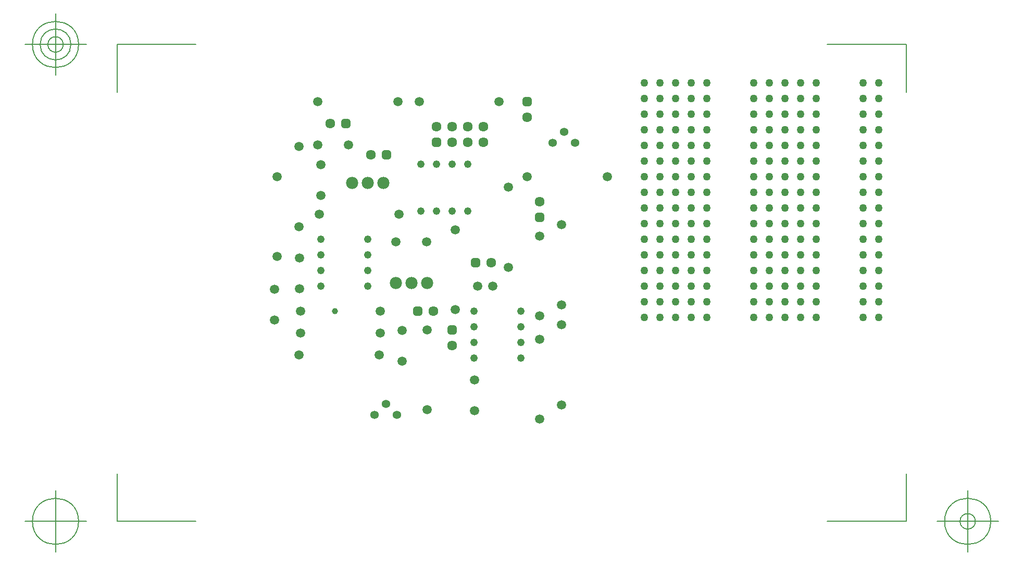
<source format=gbr>
G04 Generated by Ultiboard 12.0 *
%FSLAX25Y25*%
%MOIN*%

%ADD10C,0.00001*%
%ADD11C,0.00500*%
%ADD12C,0.05000*%
%ADD13C,0.05337*%
%ADD14C,0.05906*%
%ADD15C,0.04900*%
%ADD16R,0.02083X0.02083*%
%ADD17C,0.03917*%
%ADD18C,0.06334*%
%ADD19C,0.03937*%
%ADD20C,0.07834*%


G04 ColorRGB 9900CC for the following layer *
%LNSolder Mask Bottom*%
%LPD*%
G54D10*
G54D11*
X-2500Y-2500D02*
X-2500Y28000D01*
X-2500Y-2500D02*
X48000Y-2500D01*
X502500Y-2500D02*
X452000Y-2500D01*
X502500Y-2500D02*
X502500Y28000D01*
X502500Y302500D02*
X502500Y272000D01*
X502500Y302500D02*
X452000Y302500D01*
X-2500Y302500D02*
X48000Y302500D01*
X-2500Y302500D02*
X-2500Y272000D01*
X-22185Y-2500D02*
X-61555Y-2500D01*
X-41870Y-22185D02*
X-41870Y17185D01*
X-56634Y-2500D02*
G75*
D01*
G02X-56634Y-2500I14764J0*
G01*
X522185Y-2500D02*
X561555Y-2500D01*
X541870Y-22185D02*
X541870Y17185D01*
X527106Y-2500D02*
G75*
D01*
G02X527106Y-2500I14764J0*
G01*
X536949Y-2500D02*
G75*
D01*
G02X536949Y-2500I4921J0*
G01*
X-22185Y302500D02*
X-61555Y302500D01*
X-41870Y282815D02*
X-41870Y322185D01*
X-56634Y302500D02*
G75*
D01*
G02X-56634Y302500I14764J0*
G01*
X-51713Y302500D02*
G75*
D01*
G02X-51713Y302500I9843J0*
G01*
X-46791Y302500D02*
G75*
D01*
G02X-46791Y302500I4921J0*
G01*
G54D12*
X335000Y128000D03*
X345000Y128000D03*
X355000Y128000D03*
X365000Y128000D03*
X375000Y128000D03*
X405000Y128000D03*
X415000Y128000D03*
X425000Y128000D03*
X435000Y128000D03*
X445000Y128000D03*
X475000Y128000D03*
X485000Y128000D03*
X335000Y138000D03*
X345000Y138000D03*
X355000Y138000D03*
X365000Y138000D03*
X375000Y138000D03*
X405000Y138000D03*
X415000Y138000D03*
X425000Y138000D03*
X435000Y138000D03*
X445000Y138000D03*
X475000Y138000D03*
X485000Y138000D03*
X335000Y148000D03*
X345000Y148000D03*
X355000Y148000D03*
X365000Y148000D03*
X375000Y148000D03*
X405000Y148000D03*
X415000Y148000D03*
X425000Y148000D03*
X435000Y148000D03*
X445000Y148000D03*
X475000Y148000D03*
X485000Y148000D03*
X335000Y158000D03*
X345000Y158000D03*
X355000Y158000D03*
X365000Y158000D03*
X375000Y158000D03*
X405000Y158000D03*
X415000Y158000D03*
X425000Y158000D03*
X435000Y158000D03*
X445000Y158000D03*
X475000Y158000D03*
X485000Y158000D03*
X335000Y168000D03*
X345000Y168000D03*
X355000Y168000D03*
X365000Y168000D03*
X375000Y168000D03*
X405000Y168000D03*
X415000Y168000D03*
X425000Y168000D03*
X435000Y168000D03*
X445000Y168000D03*
X475000Y168000D03*
X485000Y168000D03*
X335000Y178000D03*
X345000Y178000D03*
X355000Y178000D03*
X365000Y178000D03*
X375000Y178000D03*
X405000Y178000D03*
X415000Y178000D03*
X425000Y178000D03*
X435000Y178000D03*
X445000Y178000D03*
X475000Y178000D03*
X485000Y178000D03*
X335000Y188000D03*
X345000Y188000D03*
X355000Y188000D03*
X365000Y188000D03*
X375000Y188000D03*
X405000Y188000D03*
X415000Y188000D03*
X425000Y188000D03*
X435000Y188000D03*
X445000Y188000D03*
X475000Y188000D03*
X485000Y188000D03*
X335000Y198000D03*
X345000Y198000D03*
X355000Y198000D03*
X365000Y198000D03*
X375000Y198000D03*
X405000Y198000D03*
X415000Y198000D03*
X425000Y198000D03*
X435000Y198000D03*
X445000Y198000D03*
X475000Y198000D03*
X485000Y198000D03*
X335000Y208000D03*
X345000Y208000D03*
X355000Y208000D03*
X365000Y208000D03*
X375000Y208000D03*
X405000Y208000D03*
X415000Y208000D03*
X425000Y208000D03*
X435000Y208000D03*
X445000Y208000D03*
X475000Y208000D03*
X485000Y208000D03*
X335000Y218000D03*
X345000Y218000D03*
X355000Y218000D03*
X365000Y218000D03*
X375000Y218000D03*
X405000Y218000D03*
X415000Y218000D03*
X425000Y218000D03*
X435000Y218000D03*
X445000Y218000D03*
X475000Y218000D03*
X485000Y218000D03*
X335000Y228000D03*
X345000Y228000D03*
X355000Y228000D03*
X365000Y228000D03*
X375000Y228000D03*
X405000Y228000D03*
X415000Y228000D03*
X425000Y228000D03*
X435000Y228000D03*
X445000Y228000D03*
X475000Y228000D03*
X485000Y228000D03*
X335000Y238000D03*
X345000Y238000D03*
X355000Y238000D03*
X365000Y238000D03*
X375000Y238000D03*
X405000Y238000D03*
X415000Y238000D03*
X425000Y238000D03*
X435000Y238000D03*
X445000Y238000D03*
X475000Y238000D03*
X485000Y238000D03*
X335000Y248000D03*
X345000Y248000D03*
X355000Y248000D03*
X365000Y248000D03*
X375000Y248000D03*
X405000Y248000D03*
X415000Y248000D03*
X425000Y248000D03*
X435000Y248000D03*
X445000Y248000D03*
X475000Y248000D03*
X485000Y248000D03*
X335000Y258000D03*
X345000Y258000D03*
X355000Y258000D03*
X365000Y258000D03*
X375000Y258000D03*
X405000Y258000D03*
X415000Y258000D03*
X425000Y258000D03*
X435000Y258000D03*
X445000Y258000D03*
X475000Y258000D03*
X485000Y258000D03*
X335000Y268000D03*
X345000Y268000D03*
X355000Y268000D03*
X365000Y268000D03*
X375000Y268000D03*
X405000Y268000D03*
X415000Y268000D03*
X425000Y268000D03*
X435000Y268000D03*
X445000Y268000D03*
X475000Y268000D03*
X485000Y268000D03*
X335000Y278000D03*
X345000Y278000D03*
X355000Y278000D03*
X365000Y278000D03*
X375000Y278000D03*
X405000Y278000D03*
X415000Y278000D03*
X425000Y278000D03*
X435000Y278000D03*
X445000Y278000D03*
X475000Y278000D03*
X485000Y278000D03*
G54D13*
X169464Y72536D03*
X162393Y65464D03*
X176536Y65464D03*
X283464Y246536D03*
X276393Y239464D03*
X290536Y239464D03*
G54D14*
X268000Y62819D03*
X268000Y114000D03*
X196000Y68819D03*
X196000Y120000D03*
X226197Y68315D03*
X226197Y88000D03*
X282000Y123181D03*
X282000Y72000D03*
X179803Y119685D03*
X179803Y100000D03*
X165181Y104000D03*
X114000Y104000D03*
X114819Y118000D03*
X166000Y118000D03*
X98197Y126315D03*
X98197Y146000D03*
X114819Y132000D03*
X166000Y132000D03*
X214000Y132819D03*
X214000Y184000D03*
X268000Y128819D03*
X268000Y180000D03*
X282000Y187181D03*
X282000Y136000D03*
X114197Y146315D03*
X114197Y166000D03*
X228157Y148000D03*
X238000Y148000D03*
X248000Y211181D03*
X248000Y160000D03*
X100000Y166819D03*
X100000Y218000D03*
X195685Y176197D03*
X176000Y176197D03*
X114000Y237181D03*
X114000Y186000D03*
X126819Y194000D03*
X178000Y194000D03*
X127803Y225685D03*
X127803Y206000D03*
X311181Y218000D03*
X260000Y218000D03*
X145685Y238197D03*
X126000Y238197D03*
X177181Y266000D03*
X126000Y266000D03*
X190819Y266000D03*
X242000Y266000D03*
G54D15*
X226000Y102000D03*
X226000Y132000D03*
X226000Y112000D03*
X226000Y122000D03*
X256000Y112000D03*
X256000Y132000D03*
X256000Y122000D03*
X256000Y102000D03*
X128000Y148000D03*
X128000Y178000D03*
X128000Y158000D03*
X128000Y168000D03*
X158000Y158000D03*
X158000Y178000D03*
X158000Y168000D03*
X158000Y148000D03*
X192000Y226000D03*
X222000Y226000D03*
X202000Y226000D03*
X212000Y226000D03*
X202000Y196000D03*
X222000Y196000D03*
X212000Y196000D03*
X192000Y196000D03*
G54D16*
X212000Y120000D03*
X190000Y132000D03*
X227000Y163000D03*
X268000Y192000D03*
X170000Y232000D03*
X202000Y240000D03*
X144000Y252000D03*
X260000Y266000D03*
G54D17*
X210959Y118959D02*
X213041Y118959D01*
X213041Y121041D01*
X210959Y121041D01*
X210959Y118959D01*D02*
X188959Y130959D02*
X191041Y130959D01*
X191041Y133041D01*
X188959Y133041D01*
X188959Y130959D01*D02*
X225959Y161959D02*
X228041Y161959D01*
X228041Y164041D01*
X225959Y164041D01*
X225959Y161959D01*D02*
X266959Y190959D02*
X269041Y190959D01*
X269041Y193041D01*
X266959Y193041D01*
X266959Y190959D01*D02*
X168959Y230959D02*
X171041Y230959D01*
X171041Y233041D01*
X168959Y233041D01*
X168959Y230959D01*D02*
X200959Y238959D02*
X203041Y238959D01*
X203041Y241041D01*
X200959Y241041D01*
X200959Y238959D01*D02*
X142959Y250959D02*
X145041Y250959D01*
X145041Y253041D01*
X142959Y253041D01*
X142959Y250959D01*D02*
X258959Y264959D02*
X261041Y264959D01*
X261041Y267041D01*
X258959Y267041D01*
X258959Y264959D01*D02*
G54D18*
X212000Y110000D03*
X200000Y132000D03*
X237000Y163000D03*
X268000Y202000D03*
X160000Y232000D03*
X202000Y250000D03*
X212000Y240000D03*
X222000Y240000D03*
X232000Y240000D03*
X232000Y250000D03*
X212000Y250000D03*
X222000Y250000D03*
X134000Y252000D03*
X260000Y256000D03*
G54D19*
X137000Y132000D03*
G54D20*
X176000Y150000D03*
X196000Y150000D03*
X186000Y150000D03*
X168000Y214000D03*
X158000Y214000D03*
X148000Y214000D03*

M00*

</source>
